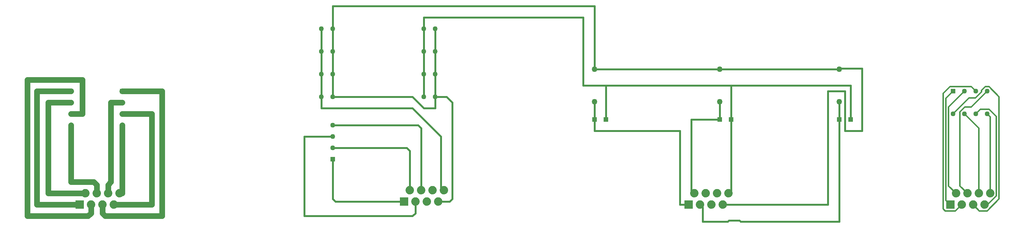
<source format=gbr>
G04 EAGLE Gerber RS-274X export*
G75*
%MOMM*%
%FSLAX34Y34*%
%LPD*%
%INBottom Copper*%
%IPPOS*%
%AMOC8*
5,1,8,0,0,1.08239X$1,22.5*%
G01*
G04 Define Apertures*
%ADD10C,1.108000*%
%ADD11C,1.879600*%
%ADD12R,1.879600X1.879600*%
%ADD13R,1.108000X1.108000*%
%ADD14C,1.260000*%
%ADD15C,0.406400*%
%ADD16C,1.270000*%
%ADD17C,0.304800*%
D10*
X-228600Y368300D03*
X-203200Y368300D03*
X0Y469900D03*
X25400Y469900D03*
D11*
X-679450Y152400D03*
X-692150Y127000D03*
X-704850Y152400D03*
X-730250Y152400D03*
X-755650Y152400D03*
X-717550Y127000D03*
X-742950Y127000D03*
D12*
X-768350Y127000D03*
D11*
X679450Y152400D03*
X666750Y127000D03*
X654050Y152400D03*
X628650Y152400D03*
X603250Y152400D03*
X641350Y127000D03*
X615950Y127000D03*
D12*
X590550Y127000D03*
D11*
X44450Y159258D03*
X31750Y133858D03*
X19050Y159258D03*
X-6350Y159258D03*
X-31750Y159258D03*
X6350Y133858D03*
X-19050Y133858D03*
D12*
X-44450Y133858D03*
D11*
X1263650Y152400D03*
X1250950Y127000D03*
X1238250Y152400D03*
X1212850Y152400D03*
X1187450Y152400D03*
X1225550Y127000D03*
X1200150Y127000D03*
D12*
X1174750Y127000D03*
D13*
X-673100Y381000D03*
D10*
X-673100Y355600D03*
X-673100Y330200D03*
X-673100Y304800D03*
D13*
X-787400Y381000D03*
D10*
X-787400Y355600D03*
X-787400Y330200D03*
X-787400Y304800D03*
X-228600Y419100D03*
X-203200Y419100D03*
X-228600Y469900D03*
X-203200Y469900D03*
X-228600Y520700D03*
X-203200Y520700D03*
X0Y368300D03*
X25400Y368300D03*
X0Y419100D03*
X25400Y419100D03*
X0Y520700D03*
X25400Y520700D03*
D13*
X406400Y317500D03*
X381000Y317500D03*
X685800Y317500D03*
X660400Y317500D03*
X952500Y317500D03*
X927100Y317500D03*
D14*
X381000Y429900D03*
X381000Y357500D03*
X660400Y429900D03*
X660400Y357500D03*
X927100Y429900D03*
X927100Y357500D03*
D13*
X1181100Y381000D03*
D10*
X1206500Y381000D03*
X1231900Y381000D03*
X1257300Y381000D03*
X1181100Y330200D03*
X1206500Y330200D03*
X1231900Y330200D03*
X1257300Y330200D03*
D13*
X-203200Y228600D03*
D10*
X-203200Y254000D03*
X-203200Y279400D03*
X-203200Y304800D03*
D15*
X-228600Y469900D02*
X-228600Y520700D01*
X-228600Y469900D02*
X-228600Y419100D01*
X-228600Y368300D01*
X-228600Y342900D01*
X-25400Y342900D01*
X38100Y279400D01*
X38100Y165100D01*
X43942Y159258D01*
X44450Y159258D01*
X-203200Y368300D02*
X-203200Y419100D01*
X-203200Y469900D01*
X-203200Y520700D01*
X25400Y520700D02*
X25400Y469900D01*
X25400Y419100D01*
X25400Y368300D01*
X660400Y429900D02*
X927100Y429900D01*
X660400Y429900D02*
X381000Y429900D01*
X-203200Y520700D02*
X-203200Y571500D01*
X381000Y571500D01*
X381000Y431800D01*
X57658Y133858D02*
X31750Y133858D01*
X57658Y133858D02*
X63500Y139700D01*
X63500Y355600D01*
X50800Y368300D01*
X25400Y368300D01*
X-25400Y368300D02*
X-203200Y368300D01*
X-25400Y368300D02*
X0Y342900D01*
X25400Y342900D01*
X25400Y368300D01*
X666750Y127000D02*
X901700Y127000D01*
X901700Y381000D01*
X939800Y381000D01*
X939800Y292100D01*
X977900Y292100D01*
X977900Y431800D01*
X929000Y431800D01*
X927100Y429900D01*
X0Y419100D02*
X0Y368300D01*
X0Y419100D02*
X0Y469900D01*
X0Y520700D01*
X355600Y546100D02*
X355600Y393700D01*
X355600Y546100D02*
X0Y546100D01*
X0Y520700D01*
X679450Y152400D02*
X685800Y158750D01*
X685800Y317500D01*
X406400Y393700D02*
X355600Y393700D01*
X406400Y393700D02*
X685800Y393700D01*
X952500Y393700D01*
X952500Y317500D01*
X406400Y317500D02*
X406400Y393700D01*
X685800Y393700D02*
X685800Y317500D01*
D16*
X-584200Y381000D02*
X-673100Y381000D01*
X-584200Y381000D02*
X-584200Y101600D01*
X-711200Y101600D01*
X-717550Y107950D01*
X-717550Y127000D01*
X-704850Y152400D02*
X-704850Y171450D01*
X-698500Y177800D01*
X-698500Y355600D01*
X-673100Y355600D01*
X-692150Y127000D02*
X-606933Y127000D01*
X-606933Y330200D01*
X-673100Y330200D01*
X-673100Y304800D02*
X-673100Y152400D01*
X-679450Y152400D01*
X-768350Y127000D02*
X-863600Y127000D01*
X-863600Y381000D01*
X-787400Y381000D01*
X-787400Y355600D02*
X-838200Y355600D01*
X-838200Y152400D01*
X-755650Y152400D01*
X-762000Y330200D02*
X-787400Y330200D01*
X-762000Y330200D02*
X-762000Y406400D01*
X-885190Y406400D01*
X-885190Y101600D01*
X-749300Y101600D01*
X-742950Y107950D01*
X-742950Y127000D01*
X-787400Y177800D02*
X-787400Y304800D01*
X-787400Y177800D02*
X-736600Y177800D01*
X-730250Y171450D01*
X-730250Y152400D01*
D15*
X596900Y152400D02*
X603250Y152400D01*
X596900Y152400D02*
X596900Y317500D01*
X660400Y317500D01*
X660400Y357500D01*
X615950Y127000D02*
X622300Y120650D01*
X622300Y88900D01*
X677680Y88900D01*
X680472Y91692D01*
X703828Y91692D01*
X706620Y88900D01*
X927100Y88900D01*
X927100Y317500D01*
X927100Y357500D01*
X381000Y357500D02*
X381000Y317500D01*
X571500Y127000D02*
X590550Y127000D01*
X571500Y127000D02*
X571500Y292100D01*
X381000Y292100D01*
X381000Y317500D01*
X-203200Y228600D02*
X-203200Y139700D01*
X-197358Y133858D01*
X-44450Y133858D01*
X-38100Y254000D02*
X-203200Y254000D01*
X-38100Y254000D02*
X-31750Y247650D01*
X-31750Y159258D01*
X-203200Y279400D02*
X-266700Y279400D01*
X-266700Y101600D01*
X-19050Y107950D02*
X-19050Y133858D01*
X-19050Y107950D02*
X-25400Y101600D01*
X-266700Y101600D01*
X-203200Y304800D02*
X-12700Y304800D01*
X-6350Y298450D01*
X-6350Y159258D01*
D17*
X1164892Y364792D02*
X1181100Y381000D01*
X1164892Y364792D02*
X1164892Y136858D01*
X1174750Y127000D01*
X1170988Y345488D02*
X1206500Y381000D01*
X1170988Y345488D02*
X1170988Y168862D01*
X1187450Y152400D01*
X1231900Y381000D02*
X1221788Y391112D01*
X1173666Y391112D01*
X1158796Y376242D01*
X1158796Y117692D01*
X1163458Y113030D01*
X1186180Y113030D01*
X1200150Y127000D01*
X1221620Y345320D02*
X1257300Y381000D01*
X1221620Y345320D02*
X1207319Y345320D01*
X1196388Y334389D01*
X1196388Y168862D01*
X1212850Y152400D01*
X1181100Y330200D02*
X1216722Y365822D01*
X1231023Y365822D01*
X1244600Y379399D01*
X1244600Y382601D01*
X1253111Y391112D01*
X1261489Y391112D01*
X1283716Y368885D01*
X1283716Y140009D01*
X1256737Y113030D01*
X1239520Y113030D01*
X1225550Y127000D01*
X1238250Y298450D02*
X1206500Y330200D01*
X1238250Y298450D02*
X1238250Y152400D01*
X1231900Y330200D02*
X1242012Y340312D01*
X1261489Y340312D01*
X1277620Y324181D01*
X1277620Y146613D01*
X1258007Y127000D01*
X1250950Y127000D01*
X1263650Y323850D02*
X1257300Y330200D01*
X1263650Y323850D02*
X1263650Y152400D01*
M02*

</source>
